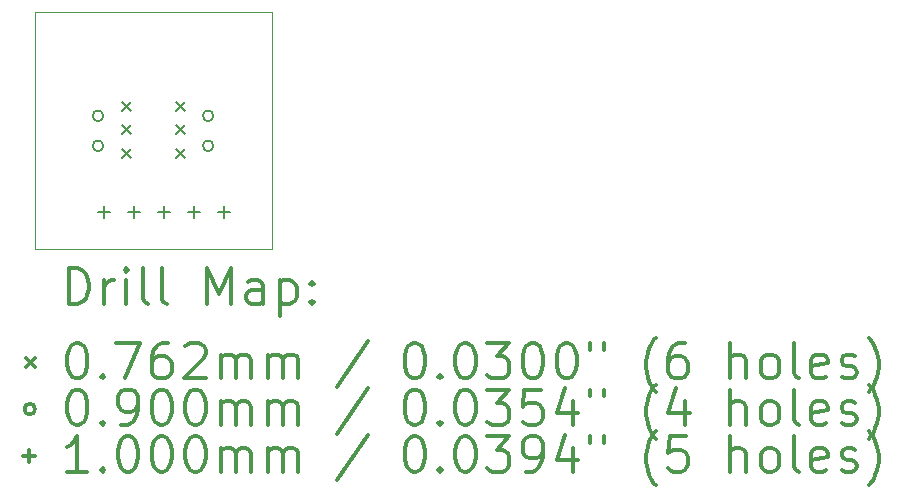
<source format=gbr>
%FSLAX45Y45*%
G04 Gerber Fmt 4.5, Leading zero omitted, Abs format (unit mm)*
G04 Created by KiCad (PCBNEW (5.1.10)-1) date 2021-06-08 20:20:54*
%MOMM*%
%LPD*%
G01*
G04 APERTURE LIST*
%TA.AperFunction,Profile*%
%ADD10C,0.050000*%
%TD*%
%ADD11C,0.200000*%
%ADD12C,0.300000*%
G04 APERTURE END LIST*
D10*
X5500000Y-3500000D02*
X5500000Y-5500000D01*
X5500000Y-5500000D02*
X7500000Y-5500000D01*
X7500000Y-3500000D02*
X7500000Y-5500000D01*
X5500000Y-3500000D02*
X7500000Y-3500000D01*
D11*
X6233668Y-4258122D02*
X6309868Y-4334322D01*
X6309868Y-4258122D02*
X6233668Y-4334322D01*
X6233668Y-4455122D02*
X6309868Y-4531322D01*
X6309868Y-4455122D02*
X6233668Y-4531322D01*
X6233668Y-4659122D02*
X6309868Y-4735322D01*
X6309868Y-4659122D02*
X6233668Y-4735322D01*
X6687668Y-4258122D02*
X6763868Y-4334322D01*
X6763868Y-4258122D02*
X6687668Y-4334322D01*
X6687668Y-4455122D02*
X6763868Y-4531322D01*
X6763868Y-4455122D02*
X6687668Y-4531322D01*
X6687668Y-4659122D02*
X6763868Y-4735322D01*
X6763868Y-4659122D02*
X6687668Y-4735322D01*
X6074960Y-4375658D02*
G75*
G03*
X6074960Y-4375658I-45000J0D01*
G01*
X6074960Y-4629658D02*
G75*
G03*
X6074960Y-4629658I-45000J0D01*
G01*
X7007648Y-4375658D02*
G75*
G03*
X7007648Y-4375658I-45000J0D01*
G01*
X7007648Y-4629658D02*
G75*
G03*
X7007648Y-4629658I-45000J0D01*
G01*
X6083554Y-5139728D02*
X6083554Y-5239728D01*
X6033554Y-5189728D02*
X6133554Y-5189728D01*
X6337554Y-5139728D02*
X6337554Y-5239728D01*
X6287554Y-5189728D02*
X6387554Y-5189728D01*
X6591554Y-5139728D02*
X6591554Y-5239728D01*
X6541554Y-5189728D02*
X6641554Y-5189728D01*
X6845554Y-5139728D02*
X6845554Y-5239728D01*
X6795554Y-5189728D02*
X6895554Y-5189728D01*
X7099554Y-5139728D02*
X7099554Y-5239728D01*
X7049554Y-5189728D02*
X7149554Y-5189728D01*
D12*
X5783928Y-5968214D02*
X5783928Y-5668214D01*
X5855357Y-5668214D01*
X5898214Y-5682500D01*
X5926786Y-5711071D01*
X5941071Y-5739643D01*
X5955357Y-5796786D01*
X5955357Y-5839643D01*
X5941071Y-5896786D01*
X5926786Y-5925357D01*
X5898214Y-5953929D01*
X5855357Y-5968214D01*
X5783928Y-5968214D01*
X6083928Y-5968214D02*
X6083928Y-5768214D01*
X6083928Y-5825357D02*
X6098214Y-5796786D01*
X6112500Y-5782500D01*
X6141071Y-5768214D01*
X6169643Y-5768214D01*
X6269643Y-5968214D02*
X6269643Y-5768214D01*
X6269643Y-5668214D02*
X6255357Y-5682500D01*
X6269643Y-5696786D01*
X6283928Y-5682500D01*
X6269643Y-5668214D01*
X6269643Y-5696786D01*
X6455357Y-5968214D02*
X6426786Y-5953929D01*
X6412500Y-5925357D01*
X6412500Y-5668214D01*
X6612500Y-5968214D02*
X6583928Y-5953929D01*
X6569643Y-5925357D01*
X6569643Y-5668214D01*
X6955357Y-5968214D02*
X6955357Y-5668214D01*
X7055357Y-5882500D01*
X7155357Y-5668214D01*
X7155357Y-5968214D01*
X7426786Y-5968214D02*
X7426786Y-5811071D01*
X7412500Y-5782500D01*
X7383928Y-5768214D01*
X7326786Y-5768214D01*
X7298214Y-5782500D01*
X7426786Y-5953929D02*
X7398214Y-5968214D01*
X7326786Y-5968214D01*
X7298214Y-5953929D01*
X7283928Y-5925357D01*
X7283928Y-5896786D01*
X7298214Y-5868214D01*
X7326786Y-5853929D01*
X7398214Y-5853929D01*
X7426786Y-5839643D01*
X7569643Y-5768214D02*
X7569643Y-6068214D01*
X7569643Y-5782500D02*
X7598214Y-5768214D01*
X7655357Y-5768214D01*
X7683928Y-5782500D01*
X7698214Y-5796786D01*
X7712500Y-5825357D01*
X7712500Y-5911071D01*
X7698214Y-5939643D01*
X7683928Y-5953929D01*
X7655357Y-5968214D01*
X7598214Y-5968214D01*
X7569643Y-5953929D01*
X7841071Y-5939643D02*
X7855357Y-5953929D01*
X7841071Y-5968214D01*
X7826786Y-5953929D01*
X7841071Y-5939643D01*
X7841071Y-5968214D01*
X7841071Y-5782500D02*
X7855357Y-5796786D01*
X7841071Y-5811071D01*
X7826786Y-5796786D01*
X7841071Y-5782500D01*
X7841071Y-5811071D01*
X5421300Y-6424400D02*
X5497500Y-6500600D01*
X5497500Y-6424400D02*
X5421300Y-6500600D01*
X5841071Y-6298214D02*
X5869643Y-6298214D01*
X5898214Y-6312500D01*
X5912500Y-6326786D01*
X5926786Y-6355357D01*
X5941071Y-6412500D01*
X5941071Y-6483929D01*
X5926786Y-6541071D01*
X5912500Y-6569643D01*
X5898214Y-6583929D01*
X5869643Y-6598214D01*
X5841071Y-6598214D01*
X5812500Y-6583929D01*
X5798214Y-6569643D01*
X5783928Y-6541071D01*
X5769643Y-6483929D01*
X5769643Y-6412500D01*
X5783928Y-6355357D01*
X5798214Y-6326786D01*
X5812500Y-6312500D01*
X5841071Y-6298214D01*
X6069643Y-6569643D02*
X6083928Y-6583929D01*
X6069643Y-6598214D01*
X6055357Y-6583929D01*
X6069643Y-6569643D01*
X6069643Y-6598214D01*
X6183928Y-6298214D02*
X6383928Y-6298214D01*
X6255357Y-6598214D01*
X6626786Y-6298214D02*
X6569643Y-6298214D01*
X6541071Y-6312500D01*
X6526786Y-6326786D01*
X6498214Y-6369643D01*
X6483928Y-6426786D01*
X6483928Y-6541071D01*
X6498214Y-6569643D01*
X6512500Y-6583929D01*
X6541071Y-6598214D01*
X6598214Y-6598214D01*
X6626786Y-6583929D01*
X6641071Y-6569643D01*
X6655357Y-6541071D01*
X6655357Y-6469643D01*
X6641071Y-6441071D01*
X6626786Y-6426786D01*
X6598214Y-6412500D01*
X6541071Y-6412500D01*
X6512500Y-6426786D01*
X6498214Y-6441071D01*
X6483928Y-6469643D01*
X6769643Y-6326786D02*
X6783928Y-6312500D01*
X6812500Y-6298214D01*
X6883928Y-6298214D01*
X6912500Y-6312500D01*
X6926786Y-6326786D01*
X6941071Y-6355357D01*
X6941071Y-6383929D01*
X6926786Y-6426786D01*
X6755357Y-6598214D01*
X6941071Y-6598214D01*
X7069643Y-6598214D02*
X7069643Y-6398214D01*
X7069643Y-6426786D02*
X7083928Y-6412500D01*
X7112500Y-6398214D01*
X7155357Y-6398214D01*
X7183928Y-6412500D01*
X7198214Y-6441071D01*
X7198214Y-6598214D01*
X7198214Y-6441071D02*
X7212500Y-6412500D01*
X7241071Y-6398214D01*
X7283928Y-6398214D01*
X7312500Y-6412500D01*
X7326786Y-6441071D01*
X7326786Y-6598214D01*
X7469643Y-6598214D02*
X7469643Y-6398214D01*
X7469643Y-6426786D02*
X7483928Y-6412500D01*
X7512500Y-6398214D01*
X7555357Y-6398214D01*
X7583928Y-6412500D01*
X7598214Y-6441071D01*
X7598214Y-6598214D01*
X7598214Y-6441071D02*
X7612500Y-6412500D01*
X7641071Y-6398214D01*
X7683928Y-6398214D01*
X7712500Y-6412500D01*
X7726786Y-6441071D01*
X7726786Y-6598214D01*
X8312500Y-6283929D02*
X8055357Y-6669643D01*
X8698214Y-6298214D02*
X8726786Y-6298214D01*
X8755357Y-6312500D01*
X8769643Y-6326786D01*
X8783928Y-6355357D01*
X8798214Y-6412500D01*
X8798214Y-6483929D01*
X8783928Y-6541071D01*
X8769643Y-6569643D01*
X8755357Y-6583929D01*
X8726786Y-6598214D01*
X8698214Y-6598214D01*
X8669643Y-6583929D01*
X8655357Y-6569643D01*
X8641071Y-6541071D01*
X8626786Y-6483929D01*
X8626786Y-6412500D01*
X8641071Y-6355357D01*
X8655357Y-6326786D01*
X8669643Y-6312500D01*
X8698214Y-6298214D01*
X8926786Y-6569643D02*
X8941071Y-6583929D01*
X8926786Y-6598214D01*
X8912500Y-6583929D01*
X8926786Y-6569643D01*
X8926786Y-6598214D01*
X9126786Y-6298214D02*
X9155357Y-6298214D01*
X9183928Y-6312500D01*
X9198214Y-6326786D01*
X9212500Y-6355357D01*
X9226786Y-6412500D01*
X9226786Y-6483929D01*
X9212500Y-6541071D01*
X9198214Y-6569643D01*
X9183928Y-6583929D01*
X9155357Y-6598214D01*
X9126786Y-6598214D01*
X9098214Y-6583929D01*
X9083928Y-6569643D01*
X9069643Y-6541071D01*
X9055357Y-6483929D01*
X9055357Y-6412500D01*
X9069643Y-6355357D01*
X9083928Y-6326786D01*
X9098214Y-6312500D01*
X9126786Y-6298214D01*
X9326786Y-6298214D02*
X9512500Y-6298214D01*
X9412500Y-6412500D01*
X9455357Y-6412500D01*
X9483928Y-6426786D01*
X9498214Y-6441071D01*
X9512500Y-6469643D01*
X9512500Y-6541071D01*
X9498214Y-6569643D01*
X9483928Y-6583929D01*
X9455357Y-6598214D01*
X9369643Y-6598214D01*
X9341071Y-6583929D01*
X9326786Y-6569643D01*
X9698214Y-6298214D02*
X9726786Y-6298214D01*
X9755357Y-6312500D01*
X9769643Y-6326786D01*
X9783928Y-6355357D01*
X9798214Y-6412500D01*
X9798214Y-6483929D01*
X9783928Y-6541071D01*
X9769643Y-6569643D01*
X9755357Y-6583929D01*
X9726786Y-6598214D01*
X9698214Y-6598214D01*
X9669643Y-6583929D01*
X9655357Y-6569643D01*
X9641071Y-6541071D01*
X9626786Y-6483929D01*
X9626786Y-6412500D01*
X9641071Y-6355357D01*
X9655357Y-6326786D01*
X9669643Y-6312500D01*
X9698214Y-6298214D01*
X9983928Y-6298214D02*
X10012500Y-6298214D01*
X10041071Y-6312500D01*
X10055357Y-6326786D01*
X10069643Y-6355357D01*
X10083928Y-6412500D01*
X10083928Y-6483929D01*
X10069643Y-6541071D01*
X10055357Y-6569643D01*
X10041071Y-6583929D01*
X10012500Y-6598214D01*
X9983928Y-6598214D01*
X9955357Y-6583929D01*
X9941071Y-6569643D01*
X9926786Y-6541071D01*
X9912500Y-6483929D01*
X9912500Y-6412500D01*
X9926786Y-6355357D01*
X9941071Y-6326786D01*
X9955357Y-6312500D01*
X9983928Y-6298214D01*
X10198214Y-6298214D02*
X10198214Y-6355357D01*
X10312500Y-6298214D02*
X10312500Y-6355357D01*
X10755357Y-6712500D02*
X10741071Y-6698214D01*
X10712500Y-6655357D01*
X10698214Y-6626786D01*
X10683928Y-6583929D01*
X10669643Y-6512500D01*
X10669643Y-6455357D01*
X10683928Y-6383929D01*
X10698214Y-6341071D01*
X10712500Y-6312500D01*
X10741071Y-6269643D01*
X10755357Y-6255357D01*
X10998214Y-6298214D02*
X10941071Y-6298214D01*
X10912500Y-6312500D01*
X10898214Y-6326786D01*
X10869643Y-6369643D01*
X10855357Y-6426786D01*
X10855357Y-6541071D01*
X10869643Y-6569643D01*
X10883928Y-6583929D01*
X10912500Y-6598214D01*
X10969643Y-6598214D01*
X10998214Y-6583929D01*
X11012500Y-6569643D01*
X11026786Y-6541071D01*
X11026786Y-6469643D01*
X11012500Y-6441071D01*
X10998214Y-6426786D01*
X10969643Y-6412500D01*
X10912500Y-6412500D01*
X10883928Y-6426786D01*
X10869643Y-6441071D01*
X10855357Y-6469643D01*
X11383928Y-6598214D02*
X11383928Y-6298214D01*
X11512500Y-6598214D02*
X11512500Y-6441071D01*
X11498214Y-6412500D01*
X11469643Y-6398214D01*
X11426786Y-6398214D01*
X11398214Y-6412500D01*
X11383928Y-6426786D01*
X11698214Y-6598214D02*
X11669643Y-6583929D01*
X11655357Y-6569643D01*
X11641071Y-6541071D01*
X11641071Y-6455357D01*
X11655357Y-6426786D01*
X11669643Y-6412500D01*
X11698214Y-6398214D01*
X11741071Y-6398214D01*
X11769643Y-6412500D01*
X11783928Y-6426786D01*
X11798214Y-6455357D01*
X11798214Y-6541071D01*
X11783928Y-6569643D01*
X11769643Y-6583929D01*
X11741071Y-6598214D01*
X11698214Y-6598214D01*
X11969643Y-6598214D02*
X11941071Y-6583929D01*
X11926786Y-6555357D01*
X11926786Y-6298214D01*
X12198214Y-6583929D02*
X12169643Y-6598214D01*
X12112500Y-6598214D01*
X12083928Y-6583929D01*
X12069643Y-6555357D01*
X12069643Y-6441071D01*
X12083928Y-6412500D01*
X12112500Y-6398214D01*
X12169643Y-6398214D01*
X12198214Y-6412500D01*
X12212500Y-6441071D01*
X12212500Y-6469643D01*
X12069643Y-6498214D01*
X12326786Y-6583929D02*
X12355357Y-6598214D01*
X12412500Y-6598214D01*
X12441071Y-6583929D01*
X12455357Y-6555357D01*
X12455357Y-6541071D01*
X12441071Y-6512500D01*
X12412500Y-6498214D01*
X12369643Y-6498214D01*
X12341071Y-6483929D01*
X12326786Y-6455357D01*
X12326786Y-6441071D01*
X12341071Y-6412500D01*
X12369643Y-6398214D01*
X12412500Y-6398214D01*
X12441071Y-6412500D01*
X12555357Y-6712500D02*
X12569643Y-6698214D01*
X12598214Y-6655357D01*
X12612500Y-6626786D01*
X12626786Y-6583929D01*
X12641071Y-6512500D01*
X12641071Y-6455357D01*
X12626786Y-6383929D01*
X12612500Y-6341071D01*
X12598214Y-6312500D01*
X12569643Y-6269643D01*
X12555357Y-6255357D01*
X5497500Y-6858500D02*
G75*
G03*
X5497500Y-6858500I-45000J0D01*
G01*
X5841071Y-6694214D02*
X5869643Y-6694214D01*
X5898214Y-6708500D01*
X5912500Y-6722786D01*
X5926786Y-6751357D01*
X5941071Y-6808500D01*
X5941071Y-6879929D01*
X5926786Y-6937071D01*
X5912500Y-6965643D01*
X5898214Y-6979929D01*
X5869643Y-6994214D01*
X5841071Y-6994214D01*
X5812500Y-6979929D01*
X5798214Y-6965643D01*
X5783928Y-6937071D01*
X5769643Y-6879929D01*
X5769643Y-6808500D01*
X5783928Y-6751357D01*
X5798214Y-6722786D01*
X5812500Y-6708500D01*
X5841071Y-6694214D01*
X6069643Y-6965643D02*
X6083928Y-6979929D01*
X6069643Y-6994214D01*
X6055357Y-6979929D01*
X6069643Y-6965643D01*
X6069643Y-6994214D01*
X6226786Y-6994214D02*
X6283928Y-6994214D01*
X6312500Y-6979929D01*
X6326786Y-6965643D01*
X6355357Y-6922786D01*
X6369643Y-6865643D01*
X6369643Y-6751357D01*
X6355357Y-6722786D01*
X6341071Y-6708500D01*
X6312500Y-6694214D01*
X6255357Y-6694214D01*
X6226786Y-6708500D01*
X6212500Y-6722786D01*
X6198214Y-6751357D01*
X6198214Y-6822786D01*
X6212500Y-6851357D01*
X6226786Y-6865643D01*
X6255357Y-6879929D01*
X6312500Y-6879929D01*
X6341071Y-6865643D01*
X6355357Y-6851357D01*
X6369643Y-6822786D01*
X6555357Y-6694214D02*
X6583928Y-6694214D01*
X6612500Y-6708500D01*
X6626786Y-6722786D01*
X6641071Y-6751357D01*
X6655357Y-6808500D01*
X6655357Y-6879929D01*
X6641071Y-6937071D01*
X6626786Y-6965643D01*
X6612500Y-6979929D01*
X6583928Y-6994214D01*
X6555357Y-6994214D01*
X6526786Y-6979929D01*
X6512500Y-6965643D01*
X6498214Y-6937071D01*
X6483928Y-6879929D01*
X6483928Y-6808500D01*
X6498214Y-6751357D01*
X6512500Y-6722786D01*
X6526786Y-6708500D01*
X6555357Y-6694214D01*
X6841071Y-6694214D02*
X6869643Y-6694214D01*
X6898214Y-6708500D01*
X6912500Y-6722786D01*
X6926786Y-6751357D01*
X6941071Y-6808500D01*
X6941071Y-6879929D01*
X6926786Y-6937071D01*
X6912500Y-6965643D01*
X6898214Y-6979929D01*
X6869643Y-6994214D01*
X6841071Y-6994214D01*
X6812500Y-6979929D01*
X6798214Y-6965643D01*
X6783928Y-6937071D01*
X6769643Y-6879929D01*
X6769643Y-6808500D01*
X6783928Y-6751357D01*
X6798214Y-6722786D01*
X6812500Y-6708500D01*
X6841071Y-6694214D01*
X7069643Y-6994214D02*
X7069643Y-6794214D01*
X7069643Y-6822786D02*
X7083928Y-6808500D01*
X7112500Y-6794214D01*
X7155357Y-6794214D01*
X7183928Y-6808500D01*
X7198214Y-6837071D01*
X7198214Y-6994214D01*
X7198214Y-6837071D02*
X7212500Y-6808500D01*
X7241071Y-6794214D01*
X7283928Y-6794214D01*
X7312500Y-6808500D01*
X7326786Y-6837071D01*
X7326786Y-6994214D01*
X7469643Y-6994214D02*
X7469643Y-6794214D01*
X7469643Y-6822786D02*
X7483928Y-6808500D01*
X7512500Y-6794214D01*
X7555357Y-6794214D01*
X7583928Y-6808500D01*
X7598214Y-6837071D01*
X7598214Y-6994214D01*
X7598214Y-6837071D02*
X7612500Y-6808500D01*
X7641071Y-6794214D01*
X7683928Y-6794214D01*
X7712500Y-6808500D01*
X7726786Y-6837071D01*
X7726786Y-6994214D01*
X8312500Y-6679929D02*
X8055357Y-7065643D01*
X8698214Y-6694214D02*
X8726786Y-6694214D01*
X8755357Y-6708500D01*
X8769643Y-6722786D01*
X8783928Y-6751357D01*
X8798214Y-6808500D01*
X8798214Y-6879929D01*
X8783928Y-6937071D01*
X8769643Y-6965643D01*
X8755357Y-6979929D01*
X8726786Y-6994214D01*
X8698214Y-6994214D01*
X8669643Y-6979929D01*
X8655357Y-6965643D01*
X8641071Y-6937071D01*
X8626786Y-6879929D01*
X8626786Y-6808500D01*
X8641071Y-6751357D01*
X8655357Y-6722786D01*
X8669643Y-6708500D01*
X8698214Y-6694214D01*
X8926786Y-6965643D02*
X8941071Y-6979929D01*
X8926786Y-6994214D01*
X8912500Y-6979929D01*
X8926786Y-6965643D01*
X8926786Y-6994214D01*
X9126786Y-6694214D02*
X9155357Y-6694214D01*
X9183928Y-6708500D01*
X9198214Y-6722786D01*
X9212500Y-6751357D01*
X9226786Y-6808500D01*
X9226786Y-6879929D01*
X9212500Y-6937071D01*
X9198214Y-6965643D01*
X9183928Y-6979929D01*
X9155357Y-6994214D01*
X9126786Y-6994214D01*
X9098214Y-6979929D01*
X9083928Y-6965643D01*
X9069643Y-6937071D01*
X9055357Y-6879929D01*
X9055357Y-6808500D01*
X9069643Y-6751357D01*
X9083928Y-6722786D01*
X9098214Y-6708500D01*
X9126786Y-6694214D01*
X9326786Y-6694214D02*
X9512500Y-6694214D01*
X9412500Y-6808500D01*
X9455357Y-6808500D01*
X9483928Y-6822786D01*
X9498214Y-6837071D01*
X9512500Y-6865643D01*
X9512500Y-6937071D01*
X9498214Y-6965643D01*
X9483928Y-6979929D01*
X9455357Y-6994214D01*
X9369643Y-6994214D01*
X9341071Y-6979929D01*
X9326786Y-6965643D01*
X9783928Y-6694214D02*
X9641071Y-6694214D01*
X9626786Y-6837071D01*
X9641071Y-6822786D01*
X9669643Y-6808500D01*
X9741071Y-6808500D01*
X9769643Y-6822786D01*
X9783928Y-6837071D01*
X9798214Y-6865643D01*
X9798214Y-6937071D01*
X9783928Y-6965643D01*
X9769643Y-6979929D01*
X9741071Y-6994214D01*
X9669643Y-6994214D01*
X9641071Y-6979929D01*
X9626786Y-6965643D01*
X10055357Y-6794214D02*
X10055357Y-6994214D01*
X9983928Y-6679929D02*
X9912500Y-6894214D01*
X10098214Y-6894214D01*
X10198214Y-6694214D02*
X10198214Y-6751357D01*
X10312500Y-6694214D02*
X10312500Y-6751357D01*
X10755357Y-7108500D02*
X10741071Y-7094214D01*
X10712500Y-7051357D01*
X10698214Y-7022786D01*
X10683928Y-6979929D01*
X10669643Y-6908500D01*
X10669643Y-6851357D01*
X10683928Y-6779929D01*
X10698214Y-6737071D01*
X10712500Y-6708500D01*
X10741071Y-6665643D01*
X10755357Y-6651357D01*
X10998214Y-6794214D02*
X10998214Y-6994214D01*
X10926786Y-6679929D02*
X10855357Y-6894214D01*
X11041071Y-6894214D01*
X11383928Y-6994214D02*
X11383928Y-6694214D01*
X11512500Y-6994214D02*
X11512500Y-6837071D01*
X11498214Y-6808500D01*
X11469643Y-6794214D01*
X11426786Y-6794214D01*
X11398214Y-6808500D01*
X11383928Y-6822786D01*
X11698214Y-6994214D02*
X11669643Y-6979929D01*
X11655357Y-6965643D01*
X11641071Y-6937071D01*
X11641071Y-6851357D01*
X11655357Y-6822786D01*
X11669643Y-6808500D01*
X11698214Y-6794214D01*
X11741071Y-6794214D01*
X11769643Y-6808500D01*
X11783928Y-6822786D01*
X11798214Y-6851357D01*
X11798214Y-6937071D01*
X11783928Y-6965643D01*
X11769643Y-6979929D01*
X11741071Y-6994214D01*
X11698214Y-6994214D01*
X11969643Y-6994214D02*
X11941071Y-6979929D01*
X11926786Y-6951357D01*
X11926786Y-6694214D01*
X12198214Y-6979929D02*
X12169643Y-6994214D01*
X12112500Y-6994214D01*
X12083928Y-6979929D01*
X12069643Y-6951357D01*
X12069643Y-6837071D01*
X12083928Y-6808500D01*
X12112500Y-6794214D01*
X12169643Y-6794214D01*
X12198214Y-6808500D01*
X12212500Y-6837071D01*
X12212500Y-6865643D01*
X12069643Y-6894214D01*
X12326786Y-6979929D02*
X12355357Y-6994214D01*
X12412500Y-6994214D01*
X12441071Y-6979929D01*
X12455357Y-6951357D01*
X12455357Y-6937071D01*
X12441071Y-6908500D01*
X12412500Y-6894214D01*
X12369643Y-6894214D01*
X12341071Y-6879929D01*
X12326786Y-6851357D01*
X12326786Y-6837071D01*
X12341071Y-6808500D01*
X12369643Y-6794214D01*
X12412500Y-6794214D01*
X12441071Y-6808500D01*
X12555357Y-7108500D02*
X12569643Y-7094214D01*
X12598214Y-7051357D01*
X12612500Y-7022786D01*
X12626786Y-6979929D01*
X12641071Y-6908500D01*
X12641071Y-6851357D01*
X12626786Y-6779929D01*
X12612500Y-6737071D01*
X12598214Y-6708500D01*
X12569643Y-6665643D01*
X12555357Y-6651357D01*
X5447500Y-7204500D02*
X5447500Y-7304500D01*
X5397500Y-7254500D02*
X5497500Y-7254500D01*
X5941071Y-7390214D02*
X5769643Y-7390214D01*
X5855357Y-7390214D02*
X5855357Y-7090214D01*
X5826786Y-7133071D01*
X5798214Y-7161643D01*
X5769643Y-7175929D01*
X6069643Y-7361643D02*
X6083928Y-7375929D01*
X6069643Y-7390214D01*
X6055357Y-7375929D01*
X6069643Y-7361643D01*
X6069643Y-7390214D01*
X6269643Y-7090214D02*
X6298214Y-7090214D01*
X6326786Y-7104500D01*
X6341071Y-7118786D01*
X6355357Y-7147357D01*
X6369643Y-7204500D01*
X6369643Y-7275929D01*
X6355357Y-7333071D01*
X6341071Y-7361643D01*
X6326786Y-7375929D01*
X6298214Y-7390214D01*
X6269643Y-7390214D01*
X6241071Y-7375929D01*
X6226786Y-7361643D01*
X6212500Y-7333071D01*
X6198214Y-7275929D01*
X6198214Y-7204500D01*
X6212500Y-7147357D01*
X6226786Y-7118786D01*
X6241071Y-7104500D01*
X6269643Y-7090214D01*
X6555357Y-7090214D02*
X6583928Y-7090214D01*
X6612500Y-7104500D01*
X6626786Y-7118786D01*
X6641071Y-7147357D01*
X6655357Y-7204500D01*
X6655357Y-7275929D01*
X6641071Y-7333071D01*
X6626786Y-7361643D01*
X6612500Y-7375929D01*
X6583928Y-7390214D01*
X6555357Y-7390214D01*
X6526786Y-7375929D01*
X6512500Y-7361643D01*
X6498214Y-7333071D01*
X6483928Y-7275929D01*
X6483928Y-7204500D01*
X6498214Y-7147357D01*
X6512500Y-7118786D01*
X6526786Y-7104500D01*
X6555357Y-7090214D01*
X6841071Y-7090214D02*
X6869643Y-7090214D01*
X6898214Y-7104500D01*
X6912500Y-7118786D01*
X6926786Y-7147357D01*
X6941071Y-7204500D01*
X6941071Y-7275929D01*
X6926786Y-7333071D01*
X6912500Y-7361643D01*
X6898214Y-7375929D01*
X6869643Y-7390214D01*
X6841071Y-7390214D01*
X6812500Y-7375929D01*
X6798214Y-7361643D01*
X6783928Y-7333071D01*
X6769643Y-7275929D01*
X6769643Y-7204500D01*
X6783928Y-7147357D01*
X6798214Y-7118786D01*
X6812500Y-7104500D01*
X6841071Y-7090214D01*
X7069643Y-7390214D02*
X7069643Y-7190214D01*
X7069643Y-7218786D02*
X7083928Y-7204500D01*
X7112500Y-7190214D01*
X7155357Y-7190214D01*
X7183928Y-7204500D01*
X7198214Y-7233071D01*
X7198214Y-7390214D01*
X7198214Y-7233071D02*
X7212500Y-7204500D01*
X7241071Y-7190214D01*
X7283928Y-7190214D01*
X7312500Y-7204500D01*
X7326786Y-7233071D01*
X7326786Y-7390214D01*
X7469643Y-7390214D02*
X7469643Y-7190214D01*
X7469643Y-7218786D02*
X7483928Y-7204500D01*
X7512500Y-7190214D01*
X7555357Y-7190214D01*
X7583928Y-7204500D01*
X7598214Y-7233071D01*
X7598214Y-7390214D01*
X7598214Y-7233071D02*
X7612500Y-7204500D01*
X7641071Y-7190214D01*
X7683928Y-7190214D01*
X7712500Y-7204500D01*
X7726786Y-7233071D01*
X7726786Y-7390214D01*
X8312500Y-7075929D02*
X8055357Y-7461643D01*
X8698214Y-7090214D02*
X8726786Y-7090214D01*
X8755357Y-7104500D01*
X8769643Y-7118786D01*
X8783928Y-7147357D01*
X8798214Y-7204500D01*
X8798214Y-7275929D01*
X8783928Y-7333071D01*
X8769643Y-7361643D01*
X8755357Y-7375929D01*
X8726786Y-7390214D01*
X8698214Y-7390214D01*
X8669643Y-7375929D01*
X8655357Y-7361643D01*
X8641071Y-7333071D01*
X8626786Y-7275929D01*
X8626786Y-7204500D01*
X8641071Y-7147357D01*
X8655357Y-7118786D01*
X8669643Y-7104500D01*
X8698214Y-7090214D01*
X8926786Y-7361643D02*
X8941071Y-7375929D01*
X8926786Y-7390214D01*
X8912500Y-7375929D01*
X8926786Y-7361643D01*
X8926786Y-7390214D01*
X9126786Y-7090214D02*
X9155357Y-7090214D01*
X9183928Y-7104500D01*
X9198214Y-7118786D01*
X9212500Y-7147357D01*
X9226786Y-7204500D01*
X9226786Y-7275929D01*
X9212500Y-7333071D01*
X9198214Y-7361643D01*
X9183928Y-7375929D01*
X9155357Y-7390214D01*
X9126786Y-7390214D01*
X9098214Y-7375929D01*
X9083928Y-7361643D01*
X9069643Y-7333071D01*
X9055357Y-7275929D01*
X9055357Y-7204500D01*
X9069643Y-7147357D01*
X9083928Y-7118786D01*
X9098214Y-7104500D01*
X9126786Y-7090214D01*
X9326786Y-7090214D02*
X9512500Y-7090214D01*
X9412500Y-7204500D01*
X9455357Y-7204500D01*
X9483928Y-7218786D01*
X9498214Y-7233071D01*
X9512500Y-7261643D01*
X9512500Y-7333071D01*
X9498214Y-7361643D01*
X9483928Y-7375929D01*
X9455357Y-7390214D01*
X9369643Y-7390214D01*
X9341071Y-7375929D01*
X9326786Y-7361643D01*
X9655357Y-7390214D02*
X9712500Y-7390214D01*
X9741071Y-7375929D01*
X9755357Y-7361643D01*
X9783928Y-7318786D01*
X9798214Y-7261643D01*
X9798214Y-7147357D01*
X9783928Y-7118786D01*
X9769643Y-7104500D01*
X9741071Y-7090214D01*
X9683928Y-7090214D01*
X9655357Y-7104500D01*
X9641071Y-7118786D01*
X9626786Y-7147357D01*
X9626786Y-7218786D01*
X9641071Y-7247357D01*
X9655357Y-7261643D01*
X9683928Y-7275929D01*
X9741071Y-7275929D01*
X9769643Y-7261643D01*
X9783928Y-7247357D01*
X9798214Y-7218786D01*
X10055357Y-7190214D02*
X10055357Y-7390214D01*
X9983928Y-7075929D02*
X9912500Y-7290214D01*
X10098214Y-7290214D01*
X10198214Y-7090214D02*
X10198214Y-7147357D01*
X10312500Y-7090214D02*
X10312500Y-7147357D01*
X10755357Y-7504500D02*
X10741071Y-7490214D01*
X10712500Y-7447357D01*
X10698214Y-7418786D01*
X10683928Y-7375929D01*
X10669643Y-7304500D01*
X10669643Y-7247357D01*
X10683928Y-7175929D01*
X10698214Y-7133071D01*
X10712500Y-7104500D01*
X10741071Y-7061643D01*
X10755357Y-7047357D01*
X11012500Y-7090214D02*
X10869643Y-7090214D01*
X10855357Y-7233071D01*
X10869643Y-7218786D01*
X10898214Y-7204500D01*
X10969643Y-7204500D01*
X10998214Y-7218786D01*
X11012500Y-7233071D01*
X11026786Y-7261643D01*
X11026786Y-7333071D01*
X11012500Y-7361643D01*
X10998214Y-7375929D01*
X10969643Y-7390214D01*
X10898214Y-7390214D01*
X10869643Y-7375929D01*
X10855357Y-7361643D01*
X11383928Y-7390214D02*
X11383928Y-7090214D01*
X11512500Y-7390214D02*
X11512500Y-7233071D01*
X11498214Y-7204500D01*
X11469643Y-7190214D01*
X11426786Y-7190214D01*
X11398214Y-7204500D01*
X11383928Y-7218786D01*
X11698214Y-7390214D02*
X11669643Y-7375929D01*
X11655357Y-7361643D01*
X11641071Y-7333071D01*
X11641071Y-7247357D01*
X11655357Y-7218786D01*
X11669643Y-7204500D01*
X11698214Y-7190214D01*
X11741071Y-7190214D01*
X11769643Y-7204500D01*
X11783928Y-7218786D01*
X11798214Y-7247357D01*
X11798214Y-7333071D01*
X11783928Y-7361643D01*
X11769643Y-7375929D01*
X11741071Y-7390214D01*
X11698214Y-7390214D01*
X11969643Y-7390214D02*
X11941071Y-7375929D01*
X11926786Y-7347357D01*
X11926786Y-7090214D01*
X12198214Y-7375929D02*
X12169643Y-7390214D01*
X12112500Y-7390214D01*
X12083928Y-7375929D01*
X12069643Y-7347357D01*
X12069643Y-7233071D01*
X12083928Y-7204500D01*
X12112500Y-7190214D01*
X12169643Y-7190214D01*
X12198214Y-7204500D01*
X12212500Y-7233071D01*
X12212500Y-7261643D01*
X12069643Y-7290214D01*
X12326786Y-7375929D02*
X12355357Y-7390214D01*
X12412500Y-7390214D01*
X12441071Y-7375929D01*
X12455357Y-7347357D01*
X12455357Y-7333071D01*
X12441071Y-7304500D01*
X12412500Y-7290214D01*
X12369643Y-7290214D01*
X12341071Y-7275929D01*
X12326786Y-7247357D01*
X12326786Y-7233071D01*
X12341071Y-7204500D01*
X12369643Y-7190214D01*
X12412500Y-7190214D01*
X12441071Y-7204500D01*
X12555357Y-7504500D02*
X12569643Y-7490214D01*
X12598214Y-7447357D01*
X12612500Y-7418786D01*
X12626786Y-7375929D01*
X12641071Y-7304500D01*
X12641071Y-7247357D01*
X12626786Y-7175929D01*
X12612500Y-7133071D01*
X12598214Y-7104500D01*
X12569643Y-7061643D01*
X12555357Y-7047357D01*
M02*

</source>
